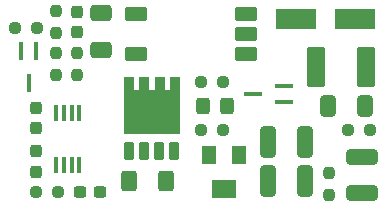
<source format=gtp>
G04 #@! TF.GenerationSoftware,KiCad,Pcbnew,6.0.9-8da3e8f707~116~ubuntu22.04.1*
G04 #@! TF.CreationDate,2022-11-27T05:06:29+05:30*
G04 #@! TF.ProjectId,meshy-tron,6d657368-792d-4747-926f-6e2e6b696361,rev?*
G04 #@! TF.SameCoordinates,Original*
G04 #@! TF.FileFunction,Paste,Top*
G04 #@! TF.FilePolarity,Positive*
%FSLAX46Y46*%
G04 Gerber Fmt 4.6, Leading zero omitted, Abs format (unit mm)*
G04 Created by KiCad (PCBNEW 6.0.9-8da3e8f707~116~ubuntu22.04.1) date 2022-11-27 05:06:29*
%MOMM*%
%LPD*%
G01*
G04 APERTURE LIST*
G04 Aperture macros list*
%AMRoundRect*
0 Rectangle with rounded corners*
0 $1 Rounding radius*
0 $2 $3 $4 $5 $6 $7 $8 $9 X,Y pos of 4 corners*
0 Add a 4 corners polygon primitive as box body*
4,1,4,$2,$3,$4,$5,$6,$7,$8,$9,$2,$3,0*
0 Add four circle primitives for the rounded corners*
1,1,$1+$1,$2,$3*
1,1,$1+$1,$4,$5*
1,1,$1+$1,$6,$7*
1,1,$1+$1,$8,$9*
0 Add four rect primitives between the rounded corners*
20,1,$1+$1,$2,$3,$4,$5,0*
20,1,$1+$1,$4,$5,$6,$7,0*
20,1,$1+$1,$6,$7,$8,$9,0*
20,1,$1+$1,$8,$9,$2,$3,0*%
%AMFreePoly0*
4,1,17,-1.500000,1.875000,-1.080000,1.875000,-1.080000,2.925000,-0.230000,2.925000,-0.230000,1.875000,0.230000,1.875000,0.230000,2.925000,1.080000,2.925000,1.080000,1.875000,1.500000,1.875000,1.500000,2.925000,2.350000,2.925000,2.350000,-1.875000,-2.350000,-1.875000,-2.350000,2.925000,-1.500000,2.925000,-1.500000,1.875000,-1.500000,1.875000,$1*%
G04 Aperture macros list end*
%ADD10RoundRect,0.237500X-0.237500X0.300000X-0.237500X-0.300000X0.237500X-0.300000X0.237500X0.300000X0*%
%ADD11RoundRect,0.237500X0.237500X-0.250000X0.237500X0.250000X-0.237500X0.250000X-0.237500X-0.250000X0*%
%ADD12RoundRect,0.191667X0.758333X-0.383333X0.758333X0.383333X-0.758333X0.383333X-0.758333X-0.383333X0*%
%ADD13RoundRect,0.200000X0.750000X-0.400000X0.750000X0.400000X-0.750000X0.400000X-0.750000X-0.400000X0*%
%ADD14RoundRect,0.237500X0.237500X-0.300000X0.237500X0.300000X-0.237500X0.300000X-0.237500X-0.300000X0*%
%ADD15FreePoly0,0.000000*%
%ADD16RoundRect,0.127500X-0.297500X-0.597500X0.297500X-0.597500X0.297500X0.597500X-0.297500X0.597500X0*%
%ADD17R,0.450000X1.450000*%
%ADD18R,1.300000X1.600000*%
%ADD19R,2.000000X1.600000*%
%ADD20RoundRect,0.237500X0.250000X0.237500X-0.250000X0.237500X-0.250000X-0.237500X0.250000X-0.237500X0*%
%ADD21RoundRect,0.237500X-0.237500X0.250000X-0.237500X-0.250000X0.237500X-0.250000X0.237500X0.250000X0*%
%ADD22RoundRect,0.250000X1.075000X-0.400000X1.075000X0.400000X-1.075000X0.400000X-1.075000X-0.400000X0*%
%ADD23RoundRect,0.250000X-0.400000X-1.075000X0.400000X-1.075000X0.400000X1.075000X-0.400000X1.075000X0*%
%ADD24RoundRect,0.250000X0.400000X0.625000X-0.400000X0.625000X-0.400000X-0.625000X0.400000X-0.625000X0*%
%ADD25RoundRect,0.237500X-0.250000X-0.237500X0.250000X-0.237500X0.250000X0.237500X-0.250000X0.237500X0*%
%ADD26R,1.500000X0.450000*%
%ADD27R,0.450000X1.500000*%
%ADD28RoundRect,0.250000X0.325000X0.450000X-0.325000X0.450000X-0.325000X-0.450000X0.325000X-0.450000X0*%
%ADD29R,3.500000X1.800000*%
%ADD30RoundRect,0.250000X0.412500X0.650000X-0.412500X0.650000X-0.412500X-0.650000X0.412500X-0.650000X0*%
%ADD31RoundRect,0.250000X0.537500X1.450000X-0.537500X1.450000X-0.537500X-1.450000X0.537500X-1.450000X0*%
%ADD32RoundRect,0.237500X-0.300000X-0.237500X0.300000X-0.237500X0.300000X0.237500X-0.300000X0.237500X0*%
%ADD33RoundRect,0.250000X-0.650000X0.412500X-0.650000X-0.412500X0.650000X-0.412500X0.650000X0.412500X0*%
G04 APERTURE END LIST*
D10*
X113919000Y-40994500D03*
X113919000Y-39269500D03*
D11*
X115570000Y-31091500D03*
X115570000Y-32916500D03*
D12*
X131650000Y-33020000D03*
D13*
X131650000Y-31345000D03*
X131650000Y-34695000D03*
X122350000Y-31345000D03*
X122350000Y-34695000D03*
D14*
X113919000Y-42952500D03*
X113919000Y-44677500D03*
D15*
X123698000Y-39654000D03*
D16*
X121773000Y-42954000D03*
X124353000Y-42954000D03*
X123043000Y-42954000D03*
X125623000Y-42954000D03*
D17*
X115611000Y-44110000D03*
X116261000Y-44110000D03*
X116911000Y-44110000D03*
X117561000Y-44110000D03*
X117561000Y-39710000D03*
X116911000Y-39710000D03*
X116261000Y-39710000D03*
X115611000Y-39710000D03*
D18*
X128544000Y-43254000D03*
D19*
X129794000Y-46154000D03*
D18*
X131044000Y-43254000D03*
D20*
X127865500Y-37084000D03*
X129690500Y-37084000D03*
D21*
X138684000Y-46632500D03*
X138684000Y-44807500D03*
D22*
X141478000Y-43408000D03*
X141478000Y-46508000D03*
D23*
X136678000Y-45466000D03*
X133578000Y-45466000D03*
D20*
X127865500Y-41148000D03*
X129690500Y-41148000D03*
D23*
X136678000Y-42164000D03*
X133578000Y-42164000D03*
D20*
X140311500Y-41148000D03*
X142136500Y-41148000D03*
D24*
X121767000Y-45466000D03*
X124867000Y-45466000D03*
D25*
X115720500Y-46355000D03*
X113895500Y-46355000D03*
D21*
X117348000Y-36472500D03*
X117348000Y-34647500D03*
D25*
X113942500Y-32512000D03*
X112117500Y-32512000D03*
D21*
X115570000Y-36472500D03*
X115570000Y-34647500D03*
D26*
X132274000Y-38100000D03*
X134934000Y-37450000D03*
X134934000Y-38750000D03*
D27*
X113284000Y-37144000D03*
X112634000Y-34484000D03*
X113934000Y-34484000D03*
D28*
X128007000Y-39116000D03*
X130057000Y-39116000D03*
D29*
X135930000Y-31750000D03*
X140930000Y-31750000D03*
D30*
X138645500Y-39116000D03*
X141770500Y-39116000D03*
D31*
X137562500Y-35814000D03*
X141837500Y-35814000D03*
D32*
X119353500Y-46355000D03*
X117628500Y-46355000D03*
D33*
X119380000Y-34328500D03*
X119380000Y-31203500D03*
D10*
X117348000Y-32866500D03*
X117348000Y-31141500D03*
M02*

</source>
